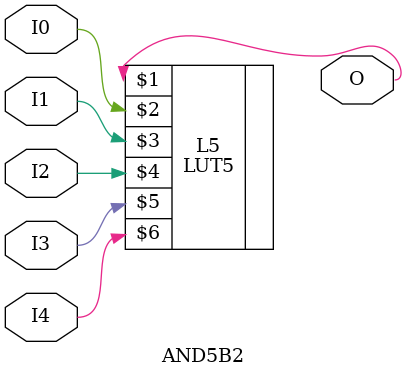
<source format=v>


`timescale  1 ps / 1 ps


module AND5B2 (O, I0, I1, I2, I3, I4);

    output O;

    input  I0, I1, I2, I3, I4;

    LUT5 #(.INIT(32'h10000000)) L5 (O, I0, I1, I2, I3, I4);

endmodule

</source>
